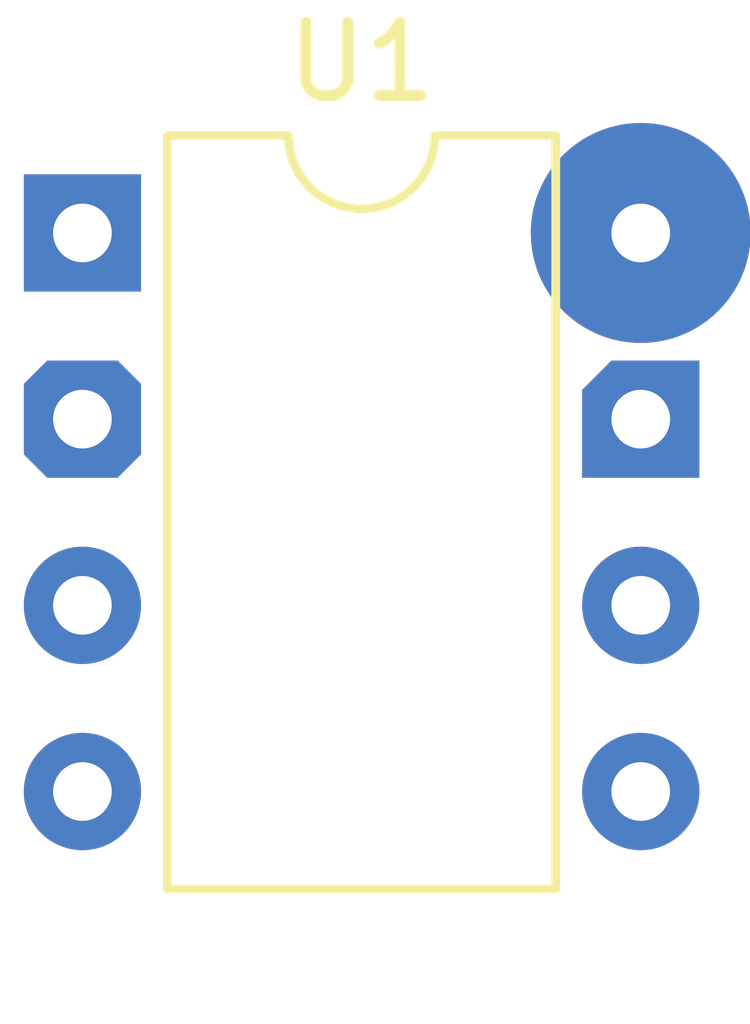
<source format=kicad_pcb>
(kicad_pcb (version 20240108) (generator "pcbnew") (generator_version "8.0")
  (layers (0 "F.Cu" signal) (31 "B.Cu" signal) (34 "B.Paste" user) (35 "F.Paste" user) (36 "B.SilkS" user "B.Silkscreen") (37 "F.SilkS" user "F.Silkscreen") (38 "B.Mask" user) (39 "F.Mask" user) (44 "Edge.Cuts" user))
  (net 0 "")
  (footprint "Package_DIP:DIP-8_W7.62mm" (layer "F.Cu") (at 71.12 48.26)
    (property "Reference" "U1" (at 3.81 -2.33 0) (layer "F.SilkS"))
    (property "Value" "ICM7555xP")
    (fp_line (start 1.16 -1.33) (end 1.16 8.95) (stroke (width 0.12)) (layer "F.SilkS"))
    (fp_line (start 1.16 8.95) (end 6.46 8.95) (stroke (width 0.12)) (layer "F.SilkS"))
    (fp_line (start 2.81 -1.33) (end 1.16 -1.33) (stroke (width 0.12)) (layer "F.SilkS"))
    (fp_line (start 6.46 -1.33) (end 4.81 -1.33) (stroke (width 0.12)) (layer "F.SilkS"))
    (fp_line (start 6.46 8.95) (end 6.46 -1.33) (stroke (width 0.12)) (layer "F.SilkS"))
    (fp_arc (start 4.81 -1.33) (mid 3.81 -0.33) (end 2.81 -1.33) (stroke (width 0.12)) (layer "F.SilkS"))
    (pad "1" thru_hole rect (at 0 0) (size 1.6 1.6) (drill 0.8) (layers "*.Cu" "*.Mask"))
    (pad "2" thru_hole roundrect (at 0 2.54) (size 1.6 1.6) (drill 0.8) (layers "*.Cu" "*.Mask") (roundrect_rratio 0) (chamfer_ratio 0.2) (chamfer top_left top_right bottom_left bottom_right))
    (pad "3" thru_hole oval (at 0 5.08) (size 1.6 1.6) (drill 0.8) (layers "*.Cu" "*.Mask"))
    (pad "4" thru_hole oval (at 0 7.62) (size 1.6 1.6) (drill 0.8) (layers "*.Cu" "*.Mask"))
    (pad "5" thru_hole oval (at 7.62 7.62) (size 1.6 1.6) (drill 0.8) (layers "*.Cu" "*.Mask"))
    (pad "6" thru_hole oval (at 7.62 5.08) (size 1.6 1.6) (drill 0.8) (layers "*.Cu" "*.Mask"))
    (pad "7" thru_hole roundrect (at 7.62 2.54) (size 1.6 1.6) (drill 0.8) (layers "*.Cu" "*.Mask") (roundrect_rratio 0) (chamfer_ratio 0.25) (chamfer top_left))
    (pad "8" thru_hole circle (at 7.62 0) (size 3 3) (drill 0.8) (layers "*.Cu" "*.Mask"))
  )
)
</source>
